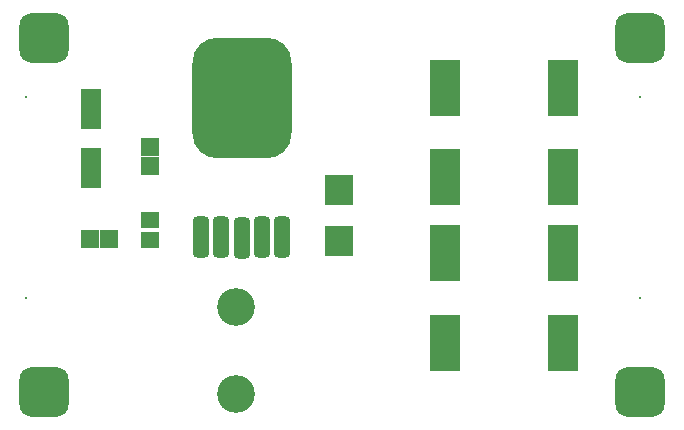
<source format=gts>
G04*
G04 #@! TF.GenerationSoftware,Altium Limited,Altium Designer,21.3.2 (30)*
G04*
G04 Layer_Color=8388736*
%FSLAX25Y25*%
%MOIN*%
G70*
G04*
G04 #@! TF.SameCoordinates,64965459-EBE9-4D70-8907-B4BF54ABD007*
G04*
G04*
G04 #@! TF.FilePolarity,Negative*
G04*
G01*
G75*
%ADD21R,0.07099X0.13398*%
G04:AMPARAMS|DCode=22|XSize=55.24mil|YSize=137.92mil|CornerRadius=15.81mil|HoleSize=0mil|Usage=FLASHONLY|Rotation=0.000|XOffset=0mil|YOffset=0mil|HoleType=Round|Shape=RoundedRectangle|*
%AMROUNDEDRECTD22*
21,1,0.05524,0.10630,0,0,0.0*
21,1,0.02362,0.13792,0,0,0.0*
1,1,0.03162,0.01181,-0.05315*
1,1,0.03162,-0.01181,-0.05315*
1,1,0.03162,-0.01181,0.05315*
1,1,0.03162,0.01181,0.05315*
%
%ADD22ROUNDEDRECTD22*%
G04:AMPARAMS|DCode=23|XSize=330.84mil|YSize=401.7mil|CornerRadius=84.71mil|HoleSize=0mil|Usage=FLASHONLY|Rotation=0.000|XOffset=0mil|YOffset=0mil|HoleType=Round|Shape=RoundedRectangle|*
%AMROUNDEDRECTD23*
21,1,0.33084,0.23228,0,0,0.0*
21,1,0.16142,0.40170,0,0,0.0*
1,1,0.16942,0.08071,-0.11614*
1,1,0.16942,-0.08071,-0.11614*
1,1,0.16942,-0.08071,0.11614*
1,1,0.16942,0.08071,0.11614*
%
%ADD23ROUNDEDRECTD23*%
%ADD24R,0.09855X0.18713*%
%ADD25R,0.09265X0.10446*%
%ADD26R,0.06312X0.05918*%
%ADD27R,0.06115X0.05328*%
%ADD28R,0.05918X0.06312*%
%ADD29C,0.12611*%
G04:AMPARAMS|DCode=30|XSize=165.48mil|YSize=165.48mil|CornerRadius=43.37mil|HoleSize=0mil|Usage=FLASHONLY|Rotation=0.000|XOffset=0mil|YOffset=0mil|HoleType=Round|Shape=RoundedRectangle|*
%AMROUNDEDRECTD30*
21,1,0.16548,0.07874,0,0,0.0*
21,1,0.07874,0.16548,0,0,0.0*
1,1,0.08674,0.03937,-0.03937*
1,1,0.08674,-0.03937,-0.03937*
1,1,0.08674,-0.03937,0.03937*
1,1,0.08674,0.03937,0.03937*
%
%ADD30ROUNDEDRECTD30*%
%ADD31R,0.00800X0.00800*%
D21*
X303150Y358268D02*
D03*
Y377953D02*
D03*
D22*
X339846Y335088D02*
D03*
X346597D02*
D03*
X353346Y334947D02*
D03*
X360097Y335088D02*
D03*
X366846D02*
D03*
D23*
X353346Y381588D02*
D03*
D24*
X421260Y300000D02*
D03*
Y329921D02*
D03*
X460630Y385039D02*
D03*
Y355118D02*
D03*
Y300000D02*
D03*
Y329921D02*
D03*
X421260Y385039D02*
D03*
Y355118D02*
D03*
D25*
X385827Y334055D02*
D03*
Y350984D02*
D03*
D26*
X322835Y365354D02*
D03*
Y359055D02*
D03*
D27*
Y334154D02*
D03*
Y341043D02*
D03*
D28*
X302953Y334646D02*
D03*
X309252D02*
D03*
D29*
X351378Y282913D02*
D03*
Y312008D02*
D03*
D30*
X486221Y283465D02*
D03*
Y401575D02*
D03*
X287402D02*
D03*
Y283465D02*
D03*
D31*
X486221Y381890D02*
D03*
Y314961D02*
D03*
X281496Y381890D02*
D03*
Y314961D02*
D03*
M02*

</source>
